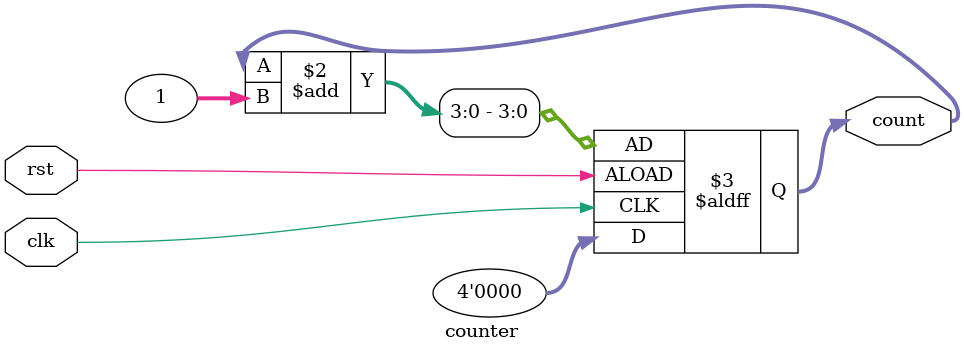
<source format=sv>
module counter #(parameter WIDTH = 4)
   (clk, rst, count);
   
   input logic              clk;
   input logic 		    rst;
   output logic [WIDTH-1:0] count;
   
   always_ff @(posedge clk or negedge rst)
     begin
	if(rst)
	  count=0;
	else
	  count=count+1;
     end
   
endmodule


</source>
